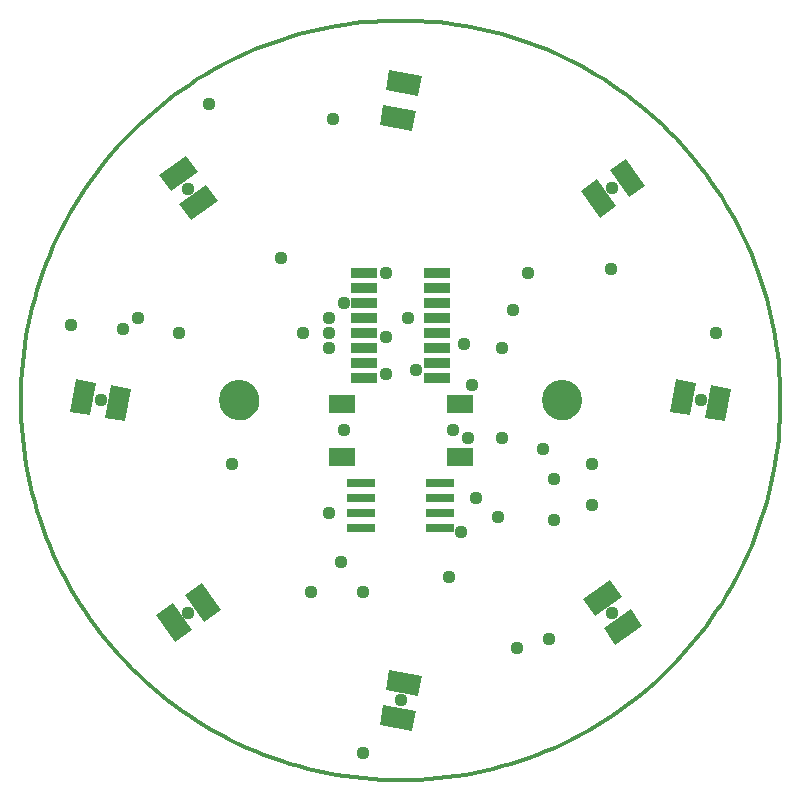
<source format=gts>
G75*
%MOIN*%
%OFA0B0*%
%FSLAX24Y24*%
%IPPOS*%
%LPD*%
%AMOC8*
5,1,8,0,0,1.08239X$1,22.5*
%
%ADD10C,0.0120*%
%ADD11C,0.0000*%
%ADD12C,0.1340*%
%ADD13R,0.0980X0.0316*%
%ADD14R,0.0880X0.0340*%
%ADD15R,0.1102X0.0669*%
%ADD16R,0.0907X0.0631*%
%ADD17C,0.0437*%
D10*
X000160Y012910D02*
X000164Y013221D01*
X000175Y013531D01*
X000194Y013841D01*
X000221Y014151D01*
X000255Y014460D01*
X000297Y014767D01*
X000346Y015074D01*
X000403Y015380D01*
X000468Y015684D01*
X000539Y015986D01*
X000619Y016286D01*
X000705Y016585D01*
X000799Y016881D01*
X000900Y017175D01*
X001008Y017466D01*
X001124Y017754D01*
X001246Y018040D01*
X001375Y018322D01*
X001512Y018602D01*
X001655Y018877D01*
X001805Y019150D01*
X001961Y019418D01*
X002124Y019683D01*
X002293Y019943D01*
X002469Y020199D01*
X002651Y020451D01*
X002839Y020698D01*
X003033Y020941D01*
X003233Y021179D01*
X003439Y021411D01*
X003651Y021639D01*
X003868Y021861D01*
X004090Y022078D01*
X004318Y022290D01*
X004550Y022496D01*
X004788Y022696D01*
X005031Y022890D01*
X005278Y023078D01*
X005530Y023260D01*
X005786Y023436D01*
X006046Y023605D01*
X006311Y023768D01*
X006579Y023924D01*
X006852Y024074D01*
X007127Y024217D01*
X007407Y024354D01*
X007689Y024483D01*
X007975Y024605D01*
X008263Y024721D01*
X008554Y024829D01*
X008848Y024930D01*
X009144Y025024D01*
X009443Y025110D01*
X009743Y025190D01*
X010045Y025261D01*
X010349Y025326D01*
X010655Y025383D01*
X010962Y025432D01*
X011269Y025474D01*
X011578Y025508D01*
X011888Y025535D01*
X012198Y025554D01*
X012508Y025565D01*
X012819Y025569D01*
X013130Y025565D01*
X013440Y025554D01*
X013750Y025535D01*
X014060Y025508D01*
X014369Y025474D01*
X014676Y025432D01*
X014983Y025383D01*
X015289Y025326D01*
X015593Y025261D01*
X015895Y025190D01*
X016195Y025110D01*
X016494Y025024D01*
X016790Y024930D01*
X017084Y024829D01*
X017375Y024721D01*
X017663Y024605D01*
X017949Y024483D01*
X018231Y024354D01*
X018511Y024217D01*
X018786Y024074D01*
X019059Y023924D01*
X019327Y023768D01*
X019592Y023605D01*
X019852Y023436D01*
X020108Y023260D01*
X020360Y023078D01*
X020607Y022890D01*
X020850Y022696D01*
X021088Y022496D01*
X021320Y022290D01*
X021548Y022078D01*
X021770Y021861D01*
X021987Y021639D01*
X022199Y021411D01*
X022405Y021179D01*
X022605Y020941D01*
X022799Y020698D01*
X022987Y020451D01*
X023169Y020199D01*
X023345Y019943D01*
X023514Y019683D01*
X023677Y019418D01*
X023833Y019150D01*
X023983Y018877D01*
X024126Y018602D01*
X024263Y018322D01*
X024392Y018040D01*
X024514Y017754D01*
X024630Y017466D01*
X024738Y017175D01*
X024839Y016881D01*
X024933Y016585D01*
X025019Y016286D01*
X025099Y015986D01*
X025170Y015684D01*
X025235Y015380D01*
X025292Y015074D01*
X025341Y014767D01*
X025383Y014460D01*
X025417Y014151D01*
X025444Y013841D01*
X025463Y013531D01*
X025474Y013221D01*
X025478Y012910D01*
X025474Y012599D01*
X025463Y012289D01*
X025444Y011979D01*
X025417Y011669D01*
X025383Y011360D01*
X025341Y011053D01*
X025292Y010746D01*
X025235Y010440D01*
X025170Y010136D01*
X025099Y009834D01*
X025019Y009534D01*
X024933Y009235D01*
X024839Y008939D01*
X024738Y008645D01*
X024630Y008354D01*
X024514Y008066D01*
X024392Y007780D01*
X024263Y007498D01*
X024126Y007218D01*
X023983Y006943D01*
X023833Y006670D01*
X023677Y006402D01*
X023514Y006137D01*
X023345Y005877D01*
X023169Y005621D01*
X022987Y005369D01*
X022799Y005122D01*
X022605Y004879D01*
X022405Y004641D01*
X022199Y004409D01*
X021987Y004181D01*
X021770Y003959D01*
X021548Y003742D01*
X021320Y003530D01*
X021088Y003324D01*
X020850Y003124D01*
X020607Y002930D01*
X020360Y002742D01*
X020108Y002560D01*
X019852Y002384D01*
X019592Y002215D01*
X019327Y002052D01*
X019059Y001896D01*
X018786Y001746D01*
X018511Y001603D01*
X018231Y001466D01*
X017949Y001337D01*
X017663Y001215D01*
X017375Y001099D01*
X017084Y000991D01*
X016790Y000890D01*
X016494Y000796D01*
X016195Y000710D01*
X015895Y000630D01*
X015593Y000559D01*
X015289Y000494D01*
X014983Y000437D01*
X014676Y000388D01*
X014369Y000346D01*
X014060Y000312D01*
X013750Y000285D01*
X013440Y000266D01*
X013130Y000255D01*
X012819Y000251D01*
X012508Y000255D01*
X012198Y000266D01*
X011888Y000285D01*
X011578Y000312D01*
X011269Y000346D01*
X010962Y000388D01*
X010655Y000437D01*
X010349Y000494D01*
X010045Y000559D01*
X009743Y000630D01*
X009443Y000710D01*
X009144Y000796D01*
X008848Y000890D01*
X008554Y000991D01*
X008263Y001099D01*
X007975Y001215D01*
X007689Y001337D01*
X007407Y001466D01*
X007127Y001603D01*
X006852Y001746D01*
X006579Y001896D01*
X006311Y002052D01*
X006046Y002215D01*
X005786Y002384D01*
X005530Y002560D01*
X005278Y002742D01*
X005031Y002930D01*
X004788Y003124D01*
X004550Y003324D01*
X004318Y003530D01*
X004090Y003742D01*
X003868Y003959D01*
X003651Y004181D01*
X003439Y004409D01*
X003233Y004641D01*
X003033Y004879D01*
X002839Y005122D01*
X002651Y005369D01*
X002469Y005621D01*
X002293Y005877D01*
X002124Y006137D01*
X001961Y006402D01*
X001805Y006670D01*
X001655Y006943D01*
X001512Y007218D01*
X001375Y007498D01*
X001246Y007780D01*
X001124Y008066D01*
X001008Y008354D01*
X000900Y008645D01*
X000799Y008939D01*
X000705Y009235D01*
X000619Y009534D01*
X000539Y009834D01*
X000468Y010136D01*
X000403Y010440D01*
X000346Y010746D01*
X000297Y011053D01*
X000255Y011360D01*
X000221Y011669D01*
X000194Y011979D01*
X000175Y012289D01*
X000164Y012599D01*
X000160Y012910D01*
D11*
X006814Y012910D02*
X006816Y012960D01*
X006822Y013010D01*
X006832Y013059D01*
X006846Y013107D01*
X006863Y013154D01*
X006884Y013199D01*
X006909Y013243D01*
X006937Y013284D01*
X006969Y013323D01*
X007003Y013360D01*
X007040Y013394D01*
X007080Y013424D01*
X007122Y013451D01*
X007166Y013475D01*
X007212Y013496D01*
X007259Y013512D01*
X007307Y013525D01*
X007357Y013534D01*
X007406Y013539D01*
X007457Y013540D01*
X007507Y013537D01*
X007556Y013530D01*
X007605Y013519D01*
X007653Y013504D01*
X007699Y013486D01*
X007744Y013464D01*
X007787Y013438D01*
X007828Y013409D01*
X007867Y013377D01*
X007903Y013342D01*
X007935Y013304D01*
X007965Y013264D01*
X007992Y013221D01*
X008015Y013177D01*
X008034Y013131D01*
X008050Y013083D01*
X008062Y013034D01*
X008070Y012985D01*
X008074Y012935D01*
X008074Y012885D01*
X008070Y012835D01*
X008062Y012786D01*
X008050Y012737D01*
X008034Y012689D01*
X008015Y012643D01*
X007992Y012599D01*
X007965Y012556D01*
X007935Y012516D01*
X007903Y012478D01*
X007867Y012443D01*
X007828Y012411D01*
X007787Y012382D01*
X007744Y012356D01*
X007699Y012334D01*
X007653Y012316D01*
X007605Y012301D01*
X007556Y012290D01*
X007507Y012283D01*
X007457Y012280D01*
X007406Y012281D01*
X007357Y012286D01*
X007307Y012295D01*
X007259Y012308D01*
X007212Y012324D01*
X007166Y012345D01*
X007122Y012369D01*
X007080Y012396D01*
X007040Y012426D01*
X007003Y012460D01*
X006969Y012497D01*
X006937Y012536D01*
X006909Y012577D01*
X006884Y012621D01*
X006863Y012666D01*
X006846Y012713D01*
X006832Y012761D01*
X006822Y012810D01*
X006816Y012860D01*
X006814Y012910D01*
X017564Y012910D02*
X017566Y012960D01*
X017572Y013010D01*
X017582Y013059D01*
X017596Y013107D01*
X017613Y013154D01*
X017634Y013199D01*
X017659Y013243D01*
X017687Y013284D01*
X017719Y013323D01*
X017753Y013360D01*
X017790Y013394D01*
X017830Y013424D01*
X017872Y013451D01*
X017916Y013475D01*
X017962Y013496D01*
X018009Y013512D01*
X018057Y013525D01*
X018107Y013534D01*
X018156Y013539D01*
X018207Y013540D01*
X018257Y013537D01*
X018306Y013530D01*
X018355Y013519D01*
X018403Y013504D01*
X018449Y013486D01*
X018494Y013464D01*
X018537Y013438D01*
X018578Y013409D01*
X018617Y013377D01*
X018653Y013342D01*
X018685Y013304D01*
X018715Y013264D01*
X018742Y013221D01*
X018765Y013177D01*
X018784Y013131D01*
X018800Y013083D01*
X018812Y013034D01*
X018820Y012985D01*
X018824Y012935D01*
X018824Y012885D01*
X018820Y012835D01*
X018812Y012786D01*
X018800Y012737D01*
X018784Y012689D01*
X018765Y012643D01*
X018742Y012599D01*
X018715Y012556D01*
X018685Y012516D01*
X018653Y012478D01*
X018617Y012443D01*
X018578Y012411D01*
X018537Y012382D01*
X018494Y012356D01*
X018449Y012334D01*
X018403Y012316D01*
X018355Y012301D01*
X018306Y012290D01*
X018257Y012283D01*
X018207Y012280D01*
X018156Y012281D01*
X018107Y012286D01*
X018057Y012295D01*
X018009Y012308D01*
X017962Y012324D01*
X017916Y012345D01*
X017872Y012369D01*
X017830Y012396D01*
X017790Y012426D01*
X017753Y012460D01*
X017719Y012497D01*
X017687Y012536D01*
X017659Y012577D01*
X017634Y012621D01*
X017613Y012666D01*
X017596Y012713D01*
X017582Y012761D01*
X017572Y012810D01*
X017566Y012860D01*
X017564Y012910D01*
D12*
X018194Y012910D03*
X007444Y012910D03*
D13*
X011508Y010160D03*
X011508Y009660D03*
X011508Y009160D03*
X011508Y008660D03*
X014130Y008660D03*
X014130Y009160D03*
X014130Y009660D03*
X014130Y010160D03*
D14*
X014029Y013660D03*
X014029Y014160D03*
X014029Y014660D03*
X014029Y015160D03*
X014029Y015660D03*
X014029Y016160D03*
X014029Y016660D03*
X014029Y017160D03*
X011609Y017160D03*
X011609Y016660D03*
X011609Y016160D03*
X011609Y015660D03*
X011609Y015160D03*
X011609Y014660D03*
X011609Y014160D03*
X011609Y013660D03*
D15*
G36*
X005222Y006142D02*
X005853Y005241D01*
X005306Y004858D01*
X004675Y005759D01*
X005222Y006142D01*
G37*
G36*
X006190Y006820D02*
X006821Y005919D01*
X006274Y005536D01*
X005643Y006437D01*
X006190Y006820D01*
G37*
G36*
X003825Y013291D02*
X003634Y012207D01*
X002977Y012323D01*
X003168Y013407D01*
X003825Y013291D01*
G37*
G36*
X002661Y013497D02*
X002470Y012413D01*
X001813Y012529D01*
X002004Y013613D01*
X002661Y013497D01*
G37*
G36*
X006729Y019539D02*
X005828Y018908D01*
X005445Y019455D01*
X006346Y020086D01*
X006729Y019539D01*
G37*
G36*
X006051Y020507D02*
X005150Y019876D01*
X004767Y020423D01*
X005668Y021054D01*
X006051Y020507D01*
G37*
G36*
X013200Y021904D02*
X012116Y022095D01*
X012232Y022752D01*
X013316Y022561D01*
X013200Y021904D01*
G37*
G36*
X013406Y023068D02*
X012322Y023259D01*
X012438Y023916D01*
X013522Y023725D01*
X013406Y023068D01*
G37*
G36*
X019448Y019000D02*
X018817Y019901D01*
X019364Y020284D01*
X019995Y019383D01*
X019448Y019000D01*
G37*
G36*
X020416Y019678D02*
X019785Y020579D01*
X020332Y020962D01*
X020963Y020061D01*
X020416Y019678D01*
G37*
G36*
X021813Y012529D02*
X022004Y013613D01*
X022661Y013497D01*
X022470Y012413D01*
X021813Y012529D01*
G37*
G36*
X022977Y012323D02*
X023168Y013407D01*
X023825Y013291D01*
X023634Y012207D01*
X022977Y012323D01*
G37*
G36*
X018909Y006281D02*
X019810Y006912D01*
X020193Y006365D01*
X019292Y005734D01*
X018909Y006281D01*
G37*
G36*
X019587Y005313D02*
X020488Y005944D01*
X020871Y005397D01*
X019970Y004766D01*
X019587Y005313D01*
G37*
G36*
X012438Y003916D02*
X013522Y003725D01*
X013406Y003068D01*
X012322Y003259D01*
X012438Y003916D01*
G37*
G36*
X012232Y002752D02*
X013316Y002561D01*
X013200Y001904D01*
X012116Y002095D01*
X012232Y002752D01*
G37*
D16*
X010850Y011024D03*
X010850Y012796D03*
X014787Y012796D03*
X014787Y011024D03*
D17*
X015069Y011660D03*
X014569Y011910D03*
X015194Y013410D03*
X016194Y014660D03*
X014944Y014785D03*
X016569Y015910D03*
X017069Y017160D03*
X019819Y017285D03*
X019879Y020003D03*
X023319Y015160D03*
X022819Y012910D03*
X019194Y010785D03*
X017944Y010285D03*
X017569Y011285D03*
X016194Y011660D03*
X015319Y009660D03*
X016069Y009035D03*
X014819Y008535D03*
X014444Y007035D03*
X016694Y004660D03*
X017777Y004952D03*
X019879Y005829D03*
X017944Y008910D03*
X019194Y009410D03*
X013319Y013910D03*
X012319Y013785D03*
X012319Y015035D03*
X013069Y015660D03*
X012319Y017160D03*
X010944Y016160D03*
X010444Y015660D03*
X010444Y015160D03*
X010444Y014660D03*
X009569Y015160D03*
X008819Y017660D03*
X005745Y019963D03*
X006444Y022785D03*
X010569Y022285D03*
X004069Y015660D03*
X003569Y015285D03*
X001819Y015410D03*
X002819Y012910D03*
X005444Y015160D03*
X007194Y010785D03*
X010444Y009160D03*
X010819Y007535D03*
X011569Y006535D03*
X009819Y006535D03*
X012819Y002910D03*
X011569Y001160D03*
X005745Y005829D03*
X010944Y011910D03*
M02*

</source>
